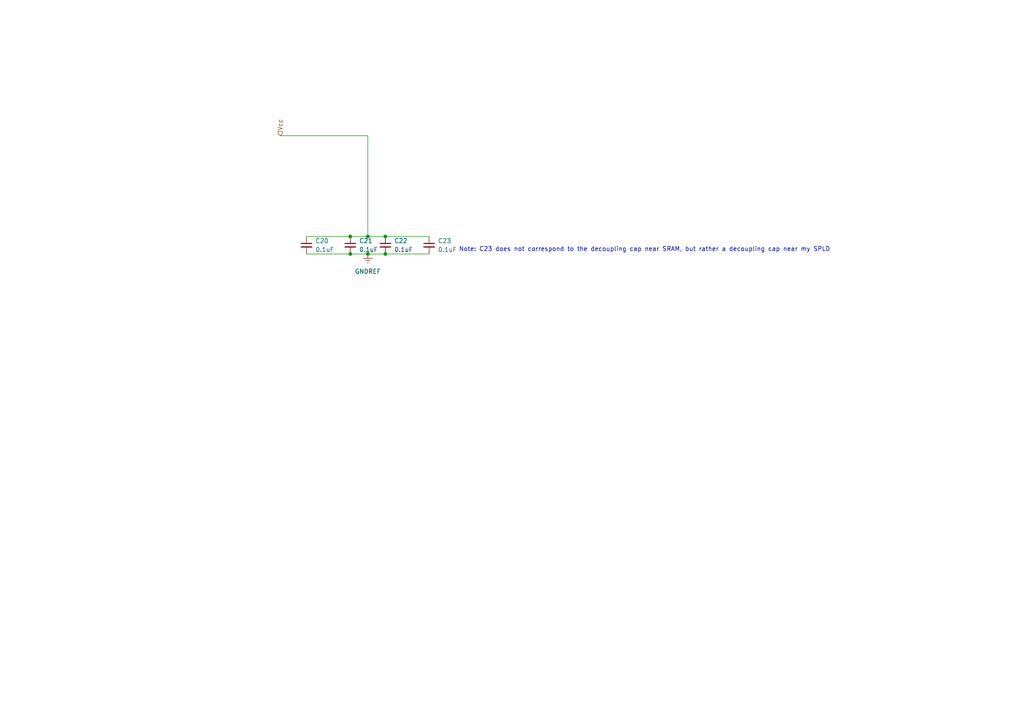
<source format=kicad_sch>
(kicad_sch (version 20250114) (generator "eeschema") (generator_version "9.0")
  (paper "A4")
  (lib_symbols
    (symbol "Device:C_Small" (pin_numbers (hide yes)) (pin_names (offset 0.254) (hide yes))
      (property "Reference" "C" (at 0.254 1.778 0))
      (property "Value" "C_Small" (at 0.254 -2.032 0))
      (symbol "C_Small_0_1"
        (polyline (pts (xy -1.524 0.508) (xy 1.524 0.508)) (stroke (width 0.3048)))
        (polyline (pts (xy -1.524 -0.508) (xy 1.524 -0.508)) (stroke (width 0.3302)))
      )
      (symbol "C_Small_1_1"
        (pin passive line (at 0 2.54 270) (length 2.032) (name "~") (number "1"))
        (pin passive line (at 0 -2.54 90) (length 2.032) (name "~") (number "2"))
      )
    )
    (symbol "power:GNDREF" (power) (pin_numbers (hide yes)) (pin_names (offset 0) (hide yes))
      (property "Value" "GNDREF" (at 0 -3.81 0))
      (symbol "GNDREF_0_1"
        (polyline (pts (xy -0.635 -1.905) (xy 0.635 -1.905)))
        (polyline (pts (xy -0.127 -2.54) (xy 0.127 -2.54)))
        (polyline (pts (xy 0 -1.27) (xy 0 0)))
        (polyline (pts (xy 1.27 -1.27) (xy -1.27 -1.27)))
      )
      (symbol "GNDREF_1_1"
        (pin power_in line (at 0 0 270) (length 0) (name "~") (number "1"))
      )
    )
  )
  (text "Note: C23 does not correspond to the decoupling cap near SRAM, but rather a decoupling cap near my SPLD" (at 186.944 72.39 0) (effects (font (size 1.27 1.27))))
  (junction (at 106.68 68.58))
  (junction (at 111.76 73.66))
  (junction (at 101.6 68.58))
  (junction (at 101.6 73.66))
  (junction (at 106.68 73.66))
  (junction (at 111.76 68.58))
  (wire (pts (xy 88.9 68.58) (xy 101.6 68.58)))
  (wire (pts (xy 88.9 73.66) (xy 101.6 73.66)))
  (wire (pts (xy 106.68 73.66) (xy 111.76 73.66)))
  (wire (pts (xy 111.76 68.58) (xy 124.46 68.58)))
  (wire (pts (xy 101.6 73.66) (xy 106.68 73.66)))
  (wire (pts (xy 101.6 68.58) (xy 106.68 68.58)))
  (wire (pts (xy 111.76 73.66) (xy 124.46 73.66)))
  (wire (pts (xy 81.28 39.37) (xy 106.68 39.37)))
  (wire (pts (xy 106.68 68.58) (xy 111.76 68.58)))
  (wire (pts (xy 106.68 39.37) (xy 106.68 68.58)))
  (hierarchical_label "Vcc" (shape input) (at 81.28 39.37 90))
  (symbol (lib_id "Device:C_Small") (at 88.9 71.12 0) (unit 1)
    (property "Reference" "C20" (at 91.44 69.8562 0) (effects (justify left)))
    (property "Value" "0.1uF" (at 91.44 72.3962 0) (effects (justify left)))
    (property "Description" "Unpolarized capacitor, small symbol" (effects (hide yes)))
  )
  (symbol (lib_id "power:GNDREF") (at 106.68 73.66 0) (unit 1)
    (property "Reference" "#PWR05" (effects (hide yes)))
    (property "Value" "GNDREF" (at 106.68 78.74 0))
    (property "Description" "Power symbol creates a global label with name \"GNDREF\" , reference supply ground" (effects (hide yes)))
  )
  (symbol (lib_id "Device:C_Small") (at 101.6 71.12 0) (unit 1)
    (property "Reference" "C21" (at 104.14 69.8562 0) (effects (justify left)))
    (property "Value" "0.1uF" (at 104.14 72.3962 0) (effects (justify left)))
    (property "Description" "Unpolarized capacitor, small symbol" (effects (hide yes)))
  )
  (symbol (lib_id "Device:C_Small") (at 124.46 71.12 0) (unit 1)
    (property "Reference" "C23" (at 127 69.8562 0) (effects (justify left)))
    (property "Value" "0.1uF" (at 127 72.3962 0) (effects (justify left)))
    (property "Description" "Unpolarized capacitor, small symbol" (effects (hide yes)))
  )
  (symbol (lib_id "Device:C_Small") (at 111.76 71.12 0) (unit 1)
    (property "Reference" "C22" (at 114.3 69.8562 0) (effects (justify left)))
    (property "Value" "0.1uF" (at 114.3 72.3962 0) (effects (justify left)))
    (property "Description" "Unpolarized capacitor, small symbol" (effects (hide yes)))
  )
)
</source>
